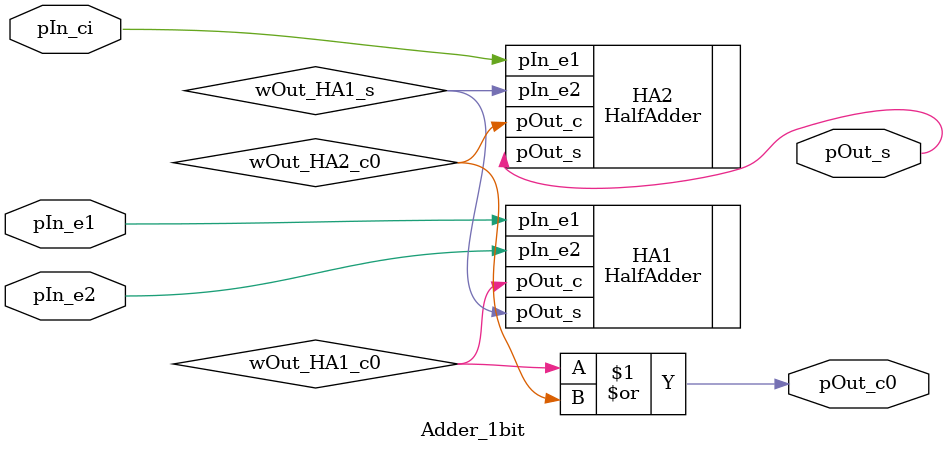
<source format=sv>
`timescale 1ns / 1ps

//`include "HalfAdder.sv"

module Adder_1bit(
    input logic pIn_ci,
    input logic pIn_e1,
    input logic pIn_e2,
    output logic pOut_s,
    output logic pOut_c0
    );

    wire wOut_HA1_s;
    wire wOut_HA1_c0;
    wire wOut_HA2_c0;


    HalfAdder HA1(.pIn_e1(pIn_e1), .pIn_e2(pIn_e2), .pOut_c(wOut_HA1_c0), .pOut_s(wOut_HA1_s));
    HalfAdder HA2(.pIn_e1(pIn_ci), .pIn_e2(wOut_HA1_s), .pOut_c(wOut_HA2_c0), .pOut_s(pOut_s));
    or (pOut_c0, wOut_HA1_c0, wOut_HA2_c0);

endmodule

</source>
